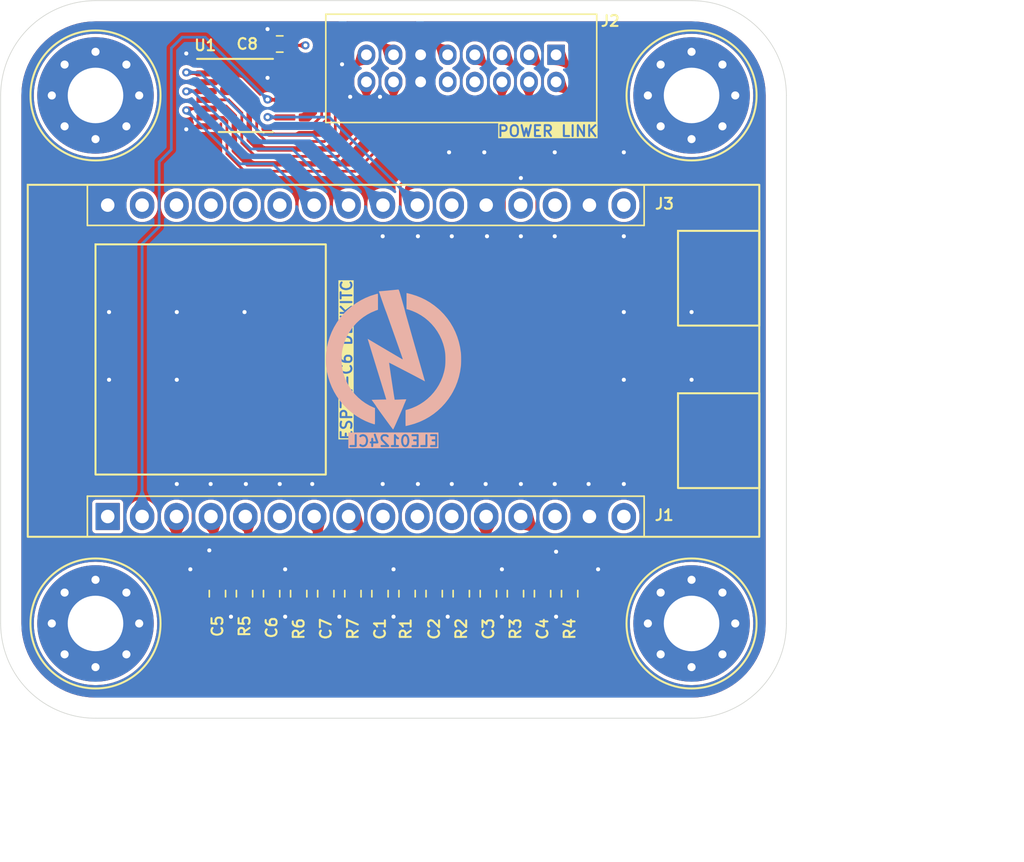
<source format=kicad_pcb>
(kicad_pcb (version 20240108) (generator "pcbnew") (generator_version "8.0")
  (layers (0 "F.Cu" signal) (1 "In1.Cu" power) (2 "In2.Cu" power) (31 "B.Cu" signal) (34 "B.Paste" user) (35 "F.Paste" user) (36 "B.SilkS" user "B.Silkscreen") (37 "F.SilkS" user "F.Silkscreen") (38 "B.Mask" user) (39 "F.Mask" user) (44 "Edge.Cuts" user))
  (net 0 "")
  (net 1 "/ADC_IN_0")
  (net 2 "GND")
  (net 3 "/ADC_IN_1")
  (net 4 "/ADC_IN_2")
  (net 5 "/ADC_IN_3")
  (net 6 "/ADC_IN_4")
  (net 7 "/ADC_IN_5")
  (net 8 "/ADC_IN_6")
  (net 9 "+5V")
  (net 10 "/PWM_L1")
  (net 11 "/ADC_0")
  (net 12 "/ADC_1")
  (net 13 "/PWM_L2")
  (net 14 "/PWM_H1")
  (net 15 "+3V3")
  (net 16 "/ADC_3")
  (net 17 "/ADC_4")
  (net 18 "/ADC_2")
  (net 19 "/ADC_6")
  (net 20 "/ADC_5")
  (net 21 "/PWM_H2")
  (net 24 "/PWM_IN_H2")
  (net 25 "/PWM_IN_L2")
  (net 29 "/PWM_IN_L1")
  (net 34 "/PWM_IN_H1")
  (net 36 "/RESET_IN")
  (net 41 "/RESET")
  (footprint "ELE0124CL_library:MOUNTING_HOLE_M4_4.1mm" (layer "F.Cu") (at 153 93)
    (property "Reference" "REF**" (hide yes))
    (property "Value" "MOUNTING_HOLE_M4_4.1mm" (hide yes))
    (pad "1" thru_hole circle (at -3.225 0) (size 1.2 1.2) (drill 0.6) (layers "*.Cu" "*.Mask"))
    (pad "1" thru_hole circle (at -2.280419 -2.280419) (size 1.2 1.2) (drill 0.6) (layers "*.Cu" "*.Mask"))
    (pad "1" thru_hole circle (at -2.280419 2.280419) (size 1.2 1.2) (drill 0.6) (layers "*.Cu" "*.Mask"))
    (pad "1" thru_hole circle (at 0 -3.225) (size 1.2 1.2) (drill 0.6) (layers "*.Cu" "*.Mask"))
    (pad "1" thru_hole circle (at 0 0) (size 8.6 8.6) (drill 4.1) (layers "*.Cu" "*.Mask"))
    (pad "1" thru_hole circle (at 0 3.225) (size 1.2 1.2) (drill 0.6) (layers "*.Cu" "*.Mask"))
    (pad "1" thru_hole circle (at 2.280419 -2.280419) (size 1.2 1.2) (drill 0.6) (layers "*.Cu" "*.Mask"))
    (pad "1" thru_hole circle (at 2.280419 2.280419) (size 1.2 1.2) (drill 0.6) (layers "*.Cu" "*.Mask"))
    (pad "1" thru_hole circle (at 3.225 0) (size 1.2 1.2) (drill 0.6) (layers "*.Cu" "*.Mask"))
  )
  (footprint "ELE0124CL_library:R_0603_1608Metric" (layer "F.Cu") (at 132 90.8 -90)
    (property "Reference" "R1" (at 2.6 0.1 -90) (layer "F.SilkS") (effects (font (size 0.8 0.8))))
    (property "Value" "100 Ohm" (hide yes))
    (pad "1" smd roundrect (at -0.825 0 270) (size 0.8 0.95) (layers "F.Cu" "F.Paste" "F.Mask") (roundrect_rratio 0.0625) (net 11 "/ADC_0"))
    (pad "2" smd roundrect (at 0.825 0 270) (size 0.8 0.95) (layers "F.Cu" "F.Paste" "F.Mask") (roundrect_rratio 0.0625) (net 1 "/ADC_IN_0"))
  )
  (footprint "ELE0124CL_library:C_0603_1608Metric" (layer "F.Cu") (at 134 90.8 -90)
    (property "Reference" "C2" (at 2.6 0 -90) (layer "F.SilkS") (effects (font (size 0.8 0.8))))
    (property "Value" "0,1 uF" (hide yes))
    (pad "1" smd roundrect (at -0.825 0 270) (size 0.8 0.95) (layers "F.Cu" "F.Paste" "F.Mask") (roundrect_rratio 0.0625) (net 3 "/ADC_IN_1"))
    (pad "2" smd roundrect (at 0.825 0 270) (size 0.8 0.95) (layers "F.Cu" "F.Paste" "F.Mask") (roundrect_rratio 0.0625) (net 2 "GND"))
  )
  (footprint "ELE0124CL_library:MOUNTING_HOLE_M4_4.1mm" (layer "F.Cu") (at 153 54)
    (property "Reference" "REF**" (hide yes))
    (property "Value" "MOUNTING_HOLE_M4_4.1mm" (hide yes))
    (pad "1" thru_hole circle (at -3.225 0) (size 1.2 1.2) (drill 0.6) (layers "*.Cu" "*.Mask"))
    (pad "1" thru_hole circle (at -2.280419 -2.280419) (size 1.2 1.2) (drill 0.6) (layers "*.Cu" "*.Mask"))
    (pad "1" thru_hole circle (at -2.280419 2.280419) (size 1.2 1.2) (drill 0.6) (layers "*.Cu" "*.Mask"))
    (pad "1" thru_hole circle (at 0 -3.225) (size 1.2 1.2) (drill 0.6) (layers "*.Cu" "*.Mask"))
    (pad "1" thru_hole circle (at 0 0) (size 8.6 8.6) (drill 4.1) (layers "*.Cu" "*.Mask"))
    (pad "1" thru_hole circle (at 0 3.225) (size 1.2 1.2) (drill 0.6) (layers "*.Cu" "*.Mask"))
    (pad "1" thru_hole circle (at 2.280419 -2.280419) (size 1.2 1.2) (drill 0.6) (layers "*.Cu" "*.Mask"))
    (pad "1" thru_hole circle (at 2.280419 2.280419) (size 1.2 1.2) (drill 0.6) (layers "*.Cu" "*.Mask"))
    (pad "1" thru_hole circle (at 3.225 0) (size 1.2 1.2) (drill 0.6) (layers "*.Cu" "*.Mask"))
  )
  (footprint "ELE0124CL_library:MOUNTING_HOLE_M4_4.1mm" (layer "F.Cu") (at 109 93)
    (property "Reference" "REF**" (hide yes))
    (property "Value" "MOUNTING_HOLE_M4_4.1mm" (hide yes))
    (pad "1" thru_hole circle (at -3.225 0) (size 1.2 1.2) (drill 0.6) (layers "*.Cu" "*.Mask"))
    (pad "1" thru_hole circle (at -2.280419 -2.280419) (size 1.2 1.2) (drill 0.6) (layers "*.Cu" "*.Mask"))
    (pad "1" thru_hole circle (at -2.280419 2.280419) (size 1.2 1.2) (drill 0.6) (layers "*.Cu" "*.Mask"))
    (pad "1" thru_hole circle (at 0 -3.225) (size 1.2 1.2) (drill 0.6) (layers "*.Cu" "*.Mask"))
    (pad "1" thru_hole circle (at 0 0) (size 8.6 8.6) (drill 4.1) (layers "*.Cu" "*.Mask"))
    (pad "1" thru_hole circle (at 0 3.225) (size 1.2 1.2) (drill 0.6) (layers "*.Cu" "*.Mask"))
    (pad "1" thru_hole circle (at 2.280419 -2.280419) (size 1.2 1.2) (drill 0.6) (layers "*.Cu" "*.Mask"))
    (pad "1" thru_hole circle (at 2.280419 2.280419) (size 1.2 1.2) (drill 0.6) (layers "*.Cu" "*.Mask"))
    (pad "1" thru_hole circle (at 3.225 0) (size 1.2 1.2) (drill 0.6) (layers "*.Cu" "*.Mask"))
  )
  (footprint "ELE0124CL_library:MOUNTING_HOLE_M4_4.1mm" (layer "F.Cu") (at 109 54)
    (property "Reference" "REF**" (hide yes))
    (property "Value" "MOUNTING_HOLE_M4_4.1mm" (hide yes))
    (pad "1" thru_hole circle (at -3.225 0) (size 1.2 1.2) (drill 0.6) (layers "*.Cu" "*.Mask"))
    (pad "1" thru_hole circle (at -2.280419 -2.280419) (size 1.2 1.2) (drill 0.6) (layers "*.Cu" "*.Mask"))
    (pad "1" thru_hole circle (at -2.280419 2.280419) (size 1.2 1.2) (drill 0.6) (layers "*.Cu" "*.Mask"))
    (pad "1" thru_hole circle (at 0 -3.225) (size 1.2 1.2) (drill 0.6) (layers "*.Cu" "*.Mask"))
    (pad "1" thru_hole circle (at 0 0) (size 8.6 8.6) (drill 4.1) (layers "*.Cu" "*.Mask"))
    (pad "1" thru_hole circle (at 0 3.225) (size 1.2 1.2) (drill 0.6) (layers "*.Cu" "*.Mask"))
    (pad "1" thru_hole circle (at 2.280419 -2.280419) (size 1.2 1.2) (drill 0.6) (layers "*.Cu" "*.Mask"))
    (pad "1" thru_hole circle (at 2.280419 2.280419) (size 1.2 1.2) (drill 0.6) (layers "*.Cu" "*.Mask"))
    (pad "1" thru_hole circle (at 3.225 0) (size 1.2 1.2) (drill 0.6) (layers "*.Cu" "*.Mask"))
  )
  (footprint "ELE0124CL_library:C_0603_1608Metric" (layer "F.Cu") (at 138 90.8 -90)
    (property "Reference" "C3" (at 2.6 0 -90) (layer "F.SilkS") (effects (font (size 0.8 0.8))))
    (property "Value" "0,1 uF" (hide yes))
    (pad "1" smd roundrect (at -0.825 0 270) (size 0.8 0.95) (layers "F.Cu" "F.Paste" "F.Mask") (roundrect_rratio 0.0625) (net 4 "/ADC_IN_2"))
    (pad "2" smd roundrect (at 0.825 0 270) (size 0.8 0.95) (layers "F.Cu" "F.Paste" "F.Mask") (roundrect_rratio 0.0625) (net 2 "GND"))
  )
  (footprint "ELE0124CL_library:R_0603_1608Metric" (layer "F.Cu") (at 128 90.8 -90)
    (property "Reference" "R7" (at 2.6 0 -90) (layer "F.SilkS") (effects (font (size 0.8 0.8))))
    (property "Value" "100 Ohm" (hide yes))
    (pad "1" smd roundrect (at -0.825 0 270) (size 0.8 0.95) (layers "F.Cu" "F.Paste" "F.Mask") (roundrect_rratio 0.0625) (net 19 "/ADC_6"))
    (pad "2" smd roundrect (at 0.825 0 270) (size 0.8 0.95) (layers "F.Cu" "F.Paste" "F.Mask") (roundrect_rratio 0.0625) (net 8 "/ADC_IN_6"))
  )
  (footprint "ELE0124CL_library:R_0603_1608Metric" (layer "F.Cu") (at 144 90.8 -90)
    (property "Reference" "R4" (at 2.6 0 -90) (layer "F.SilkS") (effects (font (size 0.8 0.8))))
    (property "Value" "100 Ohm" (hide yes))
    (pad "1" smd roundrect (at -0.825 0 270) (size 0.8 0.95) (layers "F.Cu" "F.Paste" "F.Mask") (roundrect_rratio 0.0625) (net 16 "/ADC_3"))
    (pad "2" smd roundrect (at 0.825 0 270) (size 0.8 0.95) (layers "F.Cu" "F.Paste" "F.Mask") (roundrect_rratio 0.0625) (net 5 "/ADC_IN_3"))
  )
  (footprint "ELE0124CL_library:C_0603_1608Metric" (layer "F.Cu") (at 118 90.8 -90)
    (property "Reference" "C5" (at 2.4 0 -90) (layer "F.SilkS") (effects (font (size 0.8 0.8))))
    (property "Value" "0,1 uF" (hide yes))
    (pad "1" smd roundrect (at -0.825 0 270) (size 0.8 0.95) (layers "F.Cu" "F.Paste" "F.Mask") (roundrect_rratio 0.0625) (net 6 "/ADC_IN_4"))
    (pad "2" smd roundrect (at 0.825 0 270) (size 0.8 0.95) (layers "F.Cu" "F.Paste" "F.Mask") (roundrect_rratio 0.0625) (net 2 "GND"))
  )
  (footprint "ELE0124CL_library:C_0603_1608Metric" (layer "F.Cu") (at 122 90.8 -90)
    (property "Reference" "C6" (at 2.5 0 -90) (layer "F.SilkS") (effects (font (size 0.8 0.8))))
    (property "Value" "0,1 uF" (hide yes))
    (pad "1" smd roundrect (at -0.825 0 270) (size 0.8 0.95) (layers "F.Cu" "F.Paste" "F.Mask") (roundrect_rratio 0.0625) (net 7 "/ADC_IN_5"))
    (pad "2" smd roundrect (at 0.825 0 270) (size 0.8 0.95) (layers "F.Cu" "F.Paste" "F.Mask") (roundrect_rratio 0.0625) (net 2 "GND"))
  )
  (footprint "ELE0124CL_library:C_0603_1608Metric" (layer "F.Cu") (at 126 90.8 -90)
    (property "Reference" "C7" (at 2.6 0 -90) (layer "F.SilkS") (effects (font (size 0.8 0.8))))
    (property "Value" "0,1 uF" (hide yes))
    (pad "1" smd roundrect (at -0.825 0 270) (size 0.8 0.95) (layers "F.Cu" "F.Paste" "F.Mask") (roundrect_rratio 0.0625) (net 8 "/ADC_IN_6"))
    (pad "2" smd roundrect (at 0.825 0 270) (size 0.8 0.95) (layers "F.Cu" "F.Paste" "F.Mask") (roundrect_rratio 0.0625) (net 2 "GND"))
  )
  (footprint "ELE0124CL_library:CONN_SOCKET_2x08_P2.00mm_Vertical" (layer "F.Cu") (at 143 51 -90)
    (property "Reference" "J2" (at -2.5 -4 0) (layer "F.SilkS") (effects (font (size 0.8 0.8))))
    (property "Value" "878311620" (hide yes))
    (pad "1" thru_hole roundrect (at 0 0 270) (size 1.5 1.3) (drill 0.8) (layers "*.Cu" "*.Mask") (roundrect_rratio 0.03333333333) (net 16 "/ADC_3"))
    (pad "2" thru_hole oval (at 2 0 270) (size 1.5 1.3) (drill 0.8) (layers "*.Cu" "*.Mask") (net 18 "/ADC_2"))
    (pad "3" thru_hole oval (at 0 2 270) (size 1.5 1.3) (drill 0.8) (layers "*.Cu" "*.Mask") (net 12 "/ADC_1"))
    (pad "4" thru_hole oval (at 2 2 270) (size 1.5 1.3) (drill 0.8) (layers "*.Cu" "*.Mask") (net 11 "/ADC_0"))
    (pad "5" thru_hole oval (at 0 4 270) (size 1.5 1.3) (drill 0.8) (layers "*.Cu" "*.Mask") (net 19 "/ADC_6"))
    (pad "6" thru_hole oval (at 2 4 270) (size 1.5 1.3) (drill 0.8) (layers "*.Cu" "*.Mask") (net 20 "/ADC_5"))
    (pad "7" thru_hole oval (at 0 6 270) (size 1.5 1.3) (drill 0.8) (layers "*.Cu" "*.Mask") (net 17 "/ADC_4"))
    (pad "8" thru_hole oval (at 2 6 270) (size 1.5 1.3) (drill 0.8) (layers "*.Cu" "*.Mask") (net 15 "+3V3"))
    (pad "9" thru_hole oval (at 0 8 270) (size 1.5 1.3) (drill 0.8) (layers "*.Cu" "*.Mask") (net 41 "/RESET"))
    (pad "10" thru_hole oval (at 2 8 270) (size 1.5 1.3) (drill 0.8) (layers "*.Cu" "*.Mask") (net 9 "+5V"))
    (pad "11" thru_hole oval (at 0 10 270) (size 1.5 1.3) (drill 0.8) (layers "*.Cu" "*.Mask") (net 2 "GND"))
    (pad "12" thru_hole oval (at 2 10 270) (size 1.5 1.3) (drill 0.8) (layers "*.Cu" "*.Mask") (net 2 "GND"))
    (pad "13" thru_hole oval (at 0 12 270) (size 1.5 1.3) (drill 0.8) (layers "*.Cu" "*.Mask") (net 21 "/PWM_H2"))
    (pad "14" thru_hole oval (at 2 12 270) (size 1.5 1.3) (drill 0.8) (layers "*.Cu" "*.Mask") (net 13 "/PWM_L2"))
    (pad "15" thru_hole oval (at 0 14 270) (size 1.5 1.3) (drill 0.8) (layers "*.Cu" "*.Mask") (net 10 "/PWM_L1"))
    (pad "16" thru_hole oval (at 2 14 270) (size 1.5 1.3) (drill 0.8) (layers "*.Cu" "*.Mask") (net 14 "/PWM_H1"))
  )
  (footprint "ELE0124CL_library:TSSOP-16_5.80mm_P0.65mm" (layer "F.Cu") (at 120.1 54)
    (property "Reference" "U1" (at -3 -3.7 0) (layer "F.SilkS") (effects (font (size 0.8 0.8))))
    (property "Value" "SN74AHCT367PWR" (hide yes))
    (pad "1" smd roundrect (at -2.9 -2.275) (size 1.5 0.45) (layers "F.Cu" "F.Paste" "F.Mask") (roundrect_rratio 0.1111111111) (net 2 "GND"))
    (pad "2" smd roundrect (at -2.9 -1.625) (size 1.5 0.45) (layers "F.Cu" "F.Paste" "F.Mask") (roundrect_rratio 0.1111111111) (net 29 "/PWM_IN_L1"))
    (pad "3" smd roundrect (at -2.9 -0.975) (size 1.5 0.45) (layers "F.Cu" "F.Paste" "F.Mask") (roundrect_rratio 0.1111111111) (net 10 "/PWM_L1"))
    (pad "4" smd roundrect (at -2.9 -0.325) (size 1.5 0.45) (layers "F.Cu" "F.Paste" "F.Mask") (roundrect_rratio 0.1111111111) (net 34 "/PWM_IN_H1"))
    (pad "5" smd roundrect (at -2.9 0.325) (size 1.5 0.45) (layers "F.Cu" "F.Paste" "F.Mask") (roundrect_rratio 0.1111111111) (net 14 "/PWM_H1"))
    (pad "6" smd roundrect (at -2.9 0.975) (size 1.5 0.45) (layers "F.Cu" "F.Paste" "F.Mask") (roundrect_rratio 0.1111111111) (net 25 "/PWM_IN_L2"))
    (pad "7" smd roundrect (at -2.9 1.625) (size 1.5 0.45) (layers "F.Cu" "F.Paste" "F.Mask") (roundrect_rratio 0.1111111111) (net 13 "/PWM_L2"))
    (pad "8" smd roundrect (at -2.9 2.275) (size 1.5 0.45) (layers "F.Cu" "F.Paste" "F.Mask") (roundrect_rratio 0.1111111111) (net 2 "GND"))
    (pad "9" smd roundrect (at 2.9 2.275) (size 1.5 0.45) (layers "F.Cu" "F.Paste" "F.Mask") (roundrect_rratio 0.1111111111) (net 21 "/PWM_H2"))
    (pad "10" smd roundrect (at 2.9 1.625) (size 1.5 0.45) (layers "F.Cu" "F.Paste" "F.Mask") (roundrect_rratio 0.1111111111) (net 24 "/PWM_IN_H2"))
    (pad "11" smd roundrect (at 2.9 0.975) (size 1.5 0.45) (layers "F.Cu" "F.Paste" "F.Mask") (roundrect_rratio 0.1111111111) (net 41 "/RESET"))
    (pad "12" smd roundrect (at 2.9 0.325) (size 1.5 0.45) (layers "F.Cu" "F.Paste" "F.Mask") (roundrect_rratio 0.1111111111) (net 36 "/RESET_IN"))
    (pad "13" smd roundrect (at 2.9 -0.325) (size 1.5 0.45) (layers "F.Cu" "F.Paste" "F.Mask") (roundrect_rratio 0.1111111111))
    (pad "14" smd roundrect (at 2.9 -0.975) (size 1.5 0.45) (layers "F.Cu" "F.Paste" "F.Mask") (roundrect_rratio 0.1111111111) (net 2 "GND"))
    (pad "15" smd roundrect (at 2.9 -1.625) (size 1.5 0.45) (layers "F.Cu" "F.Paste" "F.Mask") (roundrect_rratio 0.1111111111) (net 2 "GND"))
    (pad "16" smd roundrect (at 2.9 -2.275) (size 1.5 0.45) (layers "F.Cu" "F.Paste" "F.Mask") (roundrect_rratio 0.1111111111) (net 9 "+5V"))
  )
  (footprint "ELE0124CL_library:CONN_SOCKET_1x16_P2.54mm_Vertical" (layer "F.Cu") (at 109.9 85.1 90)
    (property "Reference" "J1" (at 0.1 41.08 180) (layer "F.SilkS") (effects (font (size 0.8 0.8))))
    (property "Value" "M20-7821646" (hide yes))
    (pad "1" thru_hole roundrect (at 0 0 90) (size 2 1.8) (drill 1) (layers "*.Cu" "*.Mask") (roundrect_rratio 0.02941176471) (net 15 "+3V3"))
    (pad "2" thru_hole oval (at 0 2.54 90) (size 2 1.8) (drill 1) (layers "*.Cu" "*.Mask") (net 36 "/RESET_IN"))
    (pad "3" thru_hole oval (at 0 5.08 90) (size 2 1.8) (drill 1) (layers "*.Cu" "*.Mask") (net 6 "/ADC_IN_4"))
    (pad "4" thru_hole oval (at 0 7.62 90) (size 2 1.8) (drill 1) (layers "*.Cu" "*.Mask") (net 7 "/ADC_IN_5"))
    (pad "5" thru_hole oval (at 0 10.16 90) (size 2 1.8) (drill 1) (layers "*.Cu" "*.Mask") (net 8 "/ADC_IN_6"))
    (pad "6" thru_hole oval (at 0 12.7 90) (size 2 1.8) (drill 1) (layers "*.Cu" "*.Mask"))
    (pad "7" thru_hole oval (at 0 15.24 90) (size 2 1.8) (drill 1) (layers "*.Cu" "*.Mask") (net 1 "/ADC_IN_0"))
    (pad "8" thru_hole oval (at 0 17.78 90) (size 2 1.8) (drill 1) (layers "*.Cu" "*.Mask") (net 3 "/ADC_IN_1"))
    (pad "9" thru_hole oval (at 0 20.32 90) (size 2 1.8) (drill 1) (layers "*.Cu" "*.Mask"))
    (pad "10" thru_hole oval (at 0 22.86 90) (size 2 1.8) (drill 1) (layers "*.Cu" "*.Mask"))
    (pad "11" thru_hole oval (at 0 25.4 90) (size 2 1.8) (drill 1) (layers "*.Cu" "*.Mask"))
    (pad "12" thru_hole oval (at 0 27.94 90) (size 2 1.8) (drill 1) (layers "*.Cu" "*.Mask") (net 4 "/ADC_IN_2"))
    (pad "13" thru_hole oval (at 0 30.48 90) (size 2 1.8) (drill 1) (layers "*.Cu" "*.Mask") (net 5 "/ADC_IN_3"))
    (pad "14" thru_hole oval (at 0 33.02 90) (size 2 1.8) (drill 1) (layers "*.Cu" "*.Mask") (net 9 "+5V"))
    (pad "15" thru_hole oval (at 0 35.56 90) (size 2 1.8) (drill 1) (layers "*.Cu" "*.Mask") (net 2 "GND"))
    (pad "16" thru_hole oval (at 0 38.1 90) (size 2 1.8) (drill 1) (layers "*.Cu" "*.Mask"))
  )
  (footprint "ELE0124CL_library:C_0603_1608Metric" (layer "F.Cu") (at 122.6 50.2 180)
    (property "Reference" "C8" (at 2.4 0 180) (layer "F.SilkS") (effects (font (size 0.8 0.8))))
    (property "Value" "0,1 uF" (hide yes))
    (pad "1" smd roundrect (at -0.825 0 180) (size 0.8 0.95) (layers "F.Cu" "F.Paste" "F.Mask") (roundrect_rratio 0.0625) (net 9 "+5V"))
    (pad "2" smd roundrect (at 0.825 0 180) (size 0.8 0.95) (layers "F.Cu" "F.Paste" "F.Mask") (roundrect_rratio 0.0625) (net 2 "GND"))
  )
  (footprint "ELE0124CL_library:CONN_SOCKET_1x16_P2.54mm_Vertical" (layer "F.Cu") (at 109.9 62.1 90)
    (property "Reference" "J3" (at 0.1 41.1 180) (layer "F.SilkS") (effects (font (size 0.8 0.8))))
    (property "Value" "M20-7821646" (hide yes))
    (pad "1" thru_hole roundrect (at 0 0 90) (size 2 1.8) (drill 1) (layers "*.Cu" "*.Mask") (roundrect_rratio 0.02941176471) (net 2 "GND"))
    (pad "2" thru_hole oval (at 0 2.54 90) (size 2 1.8) (drill 1) (layers "*.Cu" "*.Mask"))
    (pad "3" thru_hole oval (at 0 5.08 90) (size 2 1.8) (drill 1) (layers "*.Cu" "*.Mask"))
    (pad "4" thru_hole oval (at 0 7.62 90) (size 2 1.8) (drill 1) (layers "*.Cu" "*.Mask"))
    (pad "5" thru_hole oval (at 0 10.16 90) (size 2 1.8) (drill 1) (layers "*.Cu" "*.Mask"))
    (pad "6" thru_hole oval (at 0 12.7 90) (size 2 1.8) (drill 1) (layers "*.Cu" "*.Mask"))
    (pad "7" thru_hole oval (at 0 15.24 90) (size 2 1.8) (drill 1) (layers "*.Cu" "*.Mask") (net 25 "/PWM_IN_L2"))
    (pad "8" thru_hole oval (at 0 17.78 90) (size 2 1.8) (drill 1) (layers "*.Cu" "*.Mask") (net 34 "/PWM_IN_H1"))
    (pad "9" thru_hole oval (at 0 20.32 90) (size 2 1.8) (drill 1) (layers "*.Cu" "*.Mask") (net 29 "/PWM_IN_L1"))
    (pad "10" thru_hole oval (at 0 22.86 90) (size 2 1.8) (drill 1) (layers "*.Cu" "*.Mask") (net 24 "/PWM_IN_H2"))
    (pad "11" thru_hole oval (at 0 25.4 90) (size 2 1.8) (drill 1) (layers "*.Cu" "*.Mask"))
    (pad "12" thru_hole oval (at 0 27.94 90) (size 2 1.8) (drill 1) (layers "*.Cu" "*.Mask") (net 2 "GND"))
    (pad "13" thru_hole oval (at 0 30.48 90) (size 2 1.8) (drill 1) (layers "*.Cu" "*.Mask"))
    (pad "14" thru_hole oval (at 0 33.02 90) (size 2 1.8) (drill 1) (layers "*.Cu" "*.Mask"))
    (pad "15" thru_hole oval (at 0 35.56 90) (size 2 1.8) (drill 1) (layers "*.Cu" "*.Mask") (net 2 "GND"))
    (pad "16" thru_hole oval (at 0 38.1 90) (size 2 1.8) (drill 1) (layers "*.Cu" "*.Mask"))
  )
  (footprint "ELE0124CL_library:C_0603_1608Metric" (layer "F.Cu") (at 130 90.8 -90)
    (property "Reference" "C1" (at 2.6 0 -90) (layer "F.SilkS") (effects (font (size 0.8 0.8))))
    (property "Value" "0,1 uF" (hide yes))
    (pad "1" smd roundrect (at -0.825 0 270) (size 0.8 0.95) (layers "F.Cu" "F.Paste" "F.Mask") (roundrect_rratio 0.0625) (net 1 "/ADC_IN_0"))
    (pad "2" smd roundrect (at 0.825 0 270) (size 0.8 0.95) (layers "F.Cu" "F.Paste" "F.Mask") (roundrect_rratio 0.0625) (net 2 "GND"))
  )
  (footprint "ELE0124CL_library:R_0603_1608Metric" (layer "F.Cu") (at 124 90.8 -90)
    (property "Reference" "R6" (at 2.6 0 -90) (layer "F.SilkS") (effects (font (size 0.8 0.8))))
    (property "Value" "100 Ohm" (hide yes))
    (pad "1" smd roundrect (at -0.825 0 270) (size 0.8 0.95) (layers "F.Cu" "F.Paste" "F.Mask") (roundrect_rratio 0.0625) (net 20 "/ADC_5"))
    (pad "2" smd roundrect (at 0.825 0 270) (size 0.8 0.95) (layers "F.Cu" "F.Paste" "F.Mask") (roundrect_rratio 0.0625) (net 7 "/ADC_IN_5"))
  )
  (footprint "ELE0124CL_library:R_0603_1608Metric" (layer "F.Cu") (at 136 90.8 -90)
    (property "Reference" "R2" (at 2.6 0 -90) (layer "F.SilkS") (effects (font (size 0.8 0.8))))
    (property "Value" "100 Ohm" (hide yes))
    (pad "1" smd roundrect (at -0.825 0 270) (size 0.8 0.95) (layers "F.Cu" "F.Paste" "F.Mask") (roundrect_rratio 0.0625) (net 12 "/ADC_1"))
    (pad "2" smd roundrect (at 0.825 0 270) (size 0.8 0.95) (layers "F.Cu" "F.Paste" "F.Mask") (roundrect_rratio 0.0625) (net 3 "/ADC_IN_1"))
  )
  (footprint "ELE0124CL_library:R_0603_1608Metric" (layer "F.Cu") (at 140 90.8 -90)
    (property "Reference" "R3" (at 2.6 0 -90) (layer "F.SilkS") (effects (font (size 0.8 0.8))))
    (property "Value" "100 Ohm" (hide yes))
    (pad "1" smd roundrect (at -0.825 0 270) (size 0.8 0.95) (layers "F.Cu" "F.Paste" "F.Mask") (roundrect_rratio 0.0625) (net 18 "/ADC_2"))
    (pad "2" smd roundrect (at 0.825 0 270) (size 0.8 0.95) (layers "F.Cu" "F.Paste" "F.Mask") (roundrect_rratio 0.0625) (net 4 "/ADC_IN_2"))
  )
  (footprint "ELE0124CL_library:R_0603_1608Metric" (layer "F.Cu") (at 120 90.8 -90)
    (property "Reference" "R5" (at 2.4 0 -90) (layer "F.SilkS") (effects (font (size 0.8 0.8))))
    (property "Value" "100 Ohm" (hide yes))
    (pad "1" smd roundrect (at -0.825 0 270) (size 0.8 0.95) (layers "F.Cu" "F.Paste" "F.Mask") (roundrect_rratio 0.0625) (net 17 "/ADC_4"))
    (pad "2" smd roundrect (at 0.825 0 270) (size 0.8 0.95) (layers "F.Cu" "F.Paste" "F.Mask") (roundrect_rratio 0.0625) (net 6 "/ADC_IN_4"))
  )
  (footprint "ELE0124CL_library:C_0603_1608Metric" (layer "F.Cu") (at 142 90.8 -90)
    (property "Reference" "C4" (at 2.6 0 -90) (layer "F.SilkS") (effects (font (size 0.8 0.8))))
    (property "Value" "0,1 uF" (hide yes))
    (pad "1" smd roundrect (at -0.825 0 270) (size 0.8 0.95) (layers "F.Cu" "F.Paste" "F.Mask") (roundrect_rratio 0.0625) (net 5 "/ADC_IN_3"))
    (pad "2" smd roundrect (at 0.825 0 270) (size 0.8 0.95) (layers "F.Cu" "F.Paste" "F.Mask") (roundrect_rratio 0.0625) (net 2 "GND"))
  )
  (footprint "ELE0124CL_library:LOGO" (layer "B.Cu") (at 131 73.5 180)
    (property "Reference" "G***" (hide yes))
    (property "Value" "LOGO" (hide yes))
  )
  (gr_rect (start 152 64) (end 158 71) (stroke (width 0.15)) (fill none) (layer "F.SilkS"))
  (gr_rect (start 109 65) (end 126 82) (stroke (width 0.15)) (fill none) (layer "F.SilkS"))
  (gr_rect (start 104 60.6) (end 158 86.6) (stroke (width 0.15)) (fill none) (layer "F.SilkS"))
  (gr_rect (start 152 76) (end 158 83) (stroke (width 0.15)) (fill none) (layer "F.SilkS"))
  (gr_line (start 102 93) (end 102 54) (stroke (width 0.05)) (layer "Edge.Cuts"))
  (gr_arc (start 102 54) (mid 104.050253 49.050253) (end 109 47) (stroke (width 0.05)) (layer "Edge.Cuts"))
  (gr_arc (start 109 100) (mid 104.050253 97.949747) (end 102 93) (stroke (width 0.05)) (layer "Edge.Cuts"))
  (gr_line (start 160 93) (end 160 54) (stroke (width 0.05)) (layer "Edge.Cuts"))
  (gr_line (start 109 47) (end 153 47) (stroke (width 0.05)) (layer "Edge.Cuts"))
  (gr_arc (start 153 47) (mid 157.949747 49.050253) (end 160 54) (stroke (width 0.05)) (layer "Edge.Cuts"))
  (gr_line (start 109 100) (end 153 100) (stroke (width 0.05)) (layer "Edge.Cuts"))
  (gr_arc (start 160 93) (mid 157.949747 97.949747) (end 153 100) (stroke (width 0.05)) (layer "Edge.Cuts"))
  (gr_text "ELE0124CL" (at 134.440239 80 0) (layer "B.SilkS" knockout) (effects (font (size 0.8 0.8)) (justify left bottom mirror)))
  (gr_text "POWER LINK" (at 138.6 57.1 0) (layer "F.SilkS" knockout) (effects (font (size 0.8 0.8)) (justify left bottom)))
  (gr_text "ESP32-C6 DEVKITC" (at 128 79.530715 90) (layer "F.SilkS" knockout) (effects (font (size 0.8 0.8)) (justify left bottom)))
  (segment (start 129.1 88.2) (end 127 88.2) (width 0.2) (layer "F.Cu") (net 1))
  (segment (start 130.8 90) (end 131 90.2) (width 0.2) (layer "F.Cu") (net 1))
  (segment (start 131 91.5) (end 131.1 91.6) (width 0.2) (layer "F.Cu") (net 1))
  (segment (start 131.1 91.6) (end 132 91.6) (width 0.2) (layer "F.Cu") (net 1))
  (segment (start 130 89.1) (end 129.1 88.2) (width 0.2) (layer "F.Cu") (net 1))
  (segment (start 130 90) (end 130 89.1) (width 0.2) (layer "F.Cu") (net 1))
  (segment (start 125.14 86.34) (end 125.14 85.1) (width 0.2) (layer "F.Cu") (net 1))
  (segment (start 127 88.2) (end 125.14 86.34) (width 0.2) (layer "F.Cu") (net 1))
  (segment (start 131 90.2) (end 131 91.5) (width 0.2) (layer "F.Cu") (net 1))
  (segment (start 130 90) (end 130.8 90) (width 0.2) (layer "F.Cu") (net 1))
  (via (at 121.7 52.7) (size 0.6) (drill 0.3) (layers "F.Cu" "B.Cu") (net 2))
  (via (at 130 54.1) (size 0.6) (drill 0.3) (layers "F.Cu" "B.Cu") (net 2))
  (via (at 127.2 51.7) (size 0.6) (drill 0.3) (layers "F.Cu" "B.Cu") (net 2))
  (via (at 115.7 56.5) (size 0.6) (drill 0.3) (layers "F.Cu" "B.Cu") (net 2))
  (via (at 148 70) (size 0.6) (drill 0.3) (layers "F.Cu" "B.Cu") (net 2))
  (via (at 122.6 82.7) (size 0.6) (drill 0.3) (layers "F.Cu" "B.Cu") (net 2))
  (via (at 132.8 64.4) (size 0.6) (drill 0.3) (layers "F.Cu" "B.Cu") (net 2))
  (via (at 142.9 82.7) (size 0.6) (drill 0.3) (layers "F.Cu" "B.Cu") (net 2))
  (via (at 117.5 82.7) (size 0.6) (drill 0.3) (layers "F.Cu" "B.Cu") (net 2))
  (via (at 145.4 82.7) (size 0.6) (drill 0.3) (layers "F.Cu" "B.Cu") (net 2))
  (via (at 135.3 82.7) (size 0.6) (drill 0.3) (layers "F.Cu" "B.Cu") (net 2))
  (via (at 125 82.7) (size 0.6) (drill 0.3) (layers "F.Cu" "B.Cu") (net 2))
  (via (at 139 89) (size 0.6) (drill 0.3) (layers "F.Cu" "B.Cu") (net 2))
  (via (at 117.4 87.6) (size 0.6) (drill 0.3) (layers "F.Cu" "B.Cu") (net 2))
  (via (at 115.7 50.9) (size 0.6) (drill 0.3) (layers "F.Cu" "B.Cu") (net 2))
  (via (at 148 82.7) (size 0.6) (drill 0.3) (layers "F.Cu" "B.Cu") (net 2))
  (via (at 137.9 64.4) (size 0.6) (drill 0.3) (layers "F.Cu" "B.Cu") (net 2))
  (via (at 116 89) (size 0.6) (drill 0.3) (layers "F.Cu" "B.Cu") (net 2))
  (via (at 137.8 82.7) (size 0.6) (drill 0.3) (layers "F.Cu" "B.Cu") (net 2))
  (via (at 148 75) (size 0.6) (drill 0.3) (layers "F.Cu" "B.Cu") (net 2))
  (via (at 119 92.5) (size 0.6) (drill 0.3) (layers "F.Cu" "B.Cu") (net 2))
  (via (at 110 75) (size 0.6) (drill 0.3) (layers "F.Cu" "B.Cu") (net 2))
  (via (at 123 92.5) (size 0.6) (drill 0.3) (layers "F.Cu" "B.Cu") (net 2))
  (via (at 130.2 82.7) (size 0.6) (drill 0.3) (layers "F.Cu" "B.Cu") (net 2))
  (via (at 130.2 64.4) (size 0.6) (drill 0.3) (layers "F.Cu" "B.Cu") (net 2))
  (via (at 131 89) (size 0.6) (drill 0.3) (layers "F.Cu" "B.Cu") (net 2))
  (via (at 148 64.4) (size 0.6) (drill 0.3) (layers "F.Cu" "B.Cu") (net 2))
  (via (at 143 87.7) (size 0.6) (drill 0.3) (layers "F.Cu" "B.Cu") (net 2))
  (via (at 123 89) (size 0.6) (drill 0.3) (layers "F.Cu" "B.Cu") (net 2))
  (via (at 140.4 64.4) (size 0.6) (drill 0.3) (layers "F.Cu" "B.Cu") (net 2))
  (via (at 135.3 64.4) (size 0.6) (drill 0.3) (layers "F.Cu" "B.Cu") (net 2))
  (via (at 142.9 58.2) (size 0.6) (drill 0.3) (layers "F.Cu" "B.Cu") (net 2))
  (via (at 146.1 89) (size 0.6) (drill 0.3) (layers "F.Cu" "B.Cu") (net 2))
  (via (at 153 70) (size 0.6) (drill 0.3) (layers "F.Cu" "B.Cu") (net 2))
  (via (at 127 92.5) (size 0.6) (drill 0.3) (layers "F.Cu" "B.Cu") (net 2))
  (via (at 137.7 58.2) (size 0.6) (drill 0.3) (layers "F.Cu" "B.Cu") (net 2))
  (via (at 132.8 82.7) (size 0.6) (drill 0.3) (layers "F.Cu" "B.Cu") (net 2))
  (via (at 135 92.5) (size 0.6) (drill 0.3) (layers "F.Cu" "B.Cu") (net 2))
  (via (at 115 70) (size 0.6) (drill 0.3) (layers "F.Cu" "B.Cu") (net 2))
  (via (at 121.7 49.1) (size 0.6) (drill 0.3) (layers "F.Cu" "B.Cu") (net 2))
  (via (at 120.1 82.7) (size 0.6) (drill 0.3) (layers "F.Cu" "B.Cu") (net 2))
  (via (at 140.4 60.1) (size 0.6) (drill 0.3) (layers "F.Cu" "B.Cu") (net 2))
  (via (at 143 92.5) (size 0.6) (drill 0.3) (layers "F.Cu" "B.Cu") (net 2))
  (via (at 148 58.2) (size 0.6) (drill 0.3) (layers "F.Cu" "B.Cu") (net 2))
  (via (at 110 70) (size 0.6) (drill 0.3) (layers "F.Cu" "B.Cu") (net 2))
  (via (at 120 70) (size 0.6) (drill 0.3) (layers "F.Cu" "B.Cu") (net 2))
  (via (at 115 75) (size 0.6) (drill 0.3) (layers "F.Cu" "B.Cu") (net 2))
  (via (at 153 75) (size 0.6) (drill 0.3) (layers "F.Cu" "B.Cu") (net 2))
  (via (at 142.9 64.4) (size 0.6) (drill 0.3) (layers "F.Cu" "B.Cu") (net 2))
  (via (at 127.8 54.1) (size 0.6) (drill 0.3) (layers "F.Cu" "B.Cu") (net 2))
  (via (at 131 92.5) (size 0.6) (drill 0.3) (layers "F.Cu" "B.Cu") (net 2))
  (via (at 139 92.5) (size 0.6) (drill 0.3) (layers "F.Cu" "B.Cu") (net 2))
  (via (at 115 82.7) (size 0.6) (drill 0.3) (layers "F.Cu" "B.Cu") (net 2))
  (via (at 135.1 58.2) (size 0.6) (drill 0.3) (layers "F.Cu" "B.Cu") (net 2))
  (via (at 140.4 82.7) (size 0.6) (drill 0.3) (layers "F.Cu" "B.Cu") (net 2))
  (segment (start 134 88) (end 132.6 86.6) (width 0.2) (layer "F.Cu") (net 3))
  (segment (start 134.8 90) (end 135 90.2) (width 0.2) (layer "F.Cu") (net 3))
  (segment (start 134 90) (end 134 88) (width 0.2) (layer "F.Cu") (net 3))
  (segment (start 135 91.5) (end 135.1 91.6) (width 0.2) (layer "F.Cu") (net 3))
  (segment (start 135 90.2) (end 135 91.5) (width 0.2) (layer "F.Cu") (net 3))
  (segment (start 135.1 91.6) (end 136 91.6) (width 0.2) (layer "F.Cu") (net 3))
  (segment (start 132.6 86.6) (end 129.18 86.6) (width 0.2) (layer "F.Cu") (net 3))
  (segment (start 129.18 86.6) (end 127.68 85.1) (width 0.2) (layer "F.Cu") (net 3))
  (segment (start 134 90) (end 134.8 90) (width 0.2) (layer "F.Cu") (net 3))
  (segment (start 138.8 90) (end 139 90.2) (width 0.2) (layer "F.Cu") (net 4))
  (segment (start 138 90) (end 138 88) (width 0.2) (layer "F.Cu") (net 4))
  (segment (start 139 90.2) (end 139 91.5) (width 0.2) (layer "F.Cu") (net 4))
  (segment (start 139 91.5) (end 139.1 91.6) (width 0.2) (layer "F.Cu") (net 4))
  (segment (start 137.84 87.84) (end 137.84 85.1) (width 0.2) (layer "F.Cu") (net 4))
  (segment (start 139.1 91.6) (end 140 91.6) (width 0.2) (layer "F.Cu") (net 4))
  (segment (start 138 90) (end 138.8 90) (width 0.2) (layer "F.Cu") (net 4))
  (segment (start 138 88) (end 137.84 87.84) (width 0.2) (layer "F.Cu") (net 4))
  (segment (start 143.1 91.6) (end 144 91.6) (width 0.2) (layer "F.Cu") (net 5))
  (segment (start 142.8 90) (end 143 90.2) (width 0.2) (layer "F.Cu") (net 5))
  (segment (start 142 86.72) (end 140.38 85.1) (width 0.2) (layer "F.Cu") (net 5))
  (segment (start 142 90) (end 142.8 90) (width 0.2) (layer "F.Cu") (net 5))
  (segment (start 143 90.2) (end 143 91.5) (width 0.2) (layer "F.Cu") (net 5))
  (segment (start 143 91.5) (end 143.1 91.6) (width 0.2) (layer "F.Cu") (net 5))
  (segment (start 142 90) (end 142 86.72) (width 0.2) (layer "F.Cu") (net 5))
  (segment (start 115.8 90) (end 118 90) (width 0.2) (layer "F.Cu") (net 6))
  (segment (start 119 91.5) (end 119.1 91.6) (width 0.2) (layer "F.Cu") (net 6))
  (segment (start 119 90.2) (end 119 91.5) (width 0.2) (layer "F.Cu") (net 6))
  (segment (start 118.8 90) (end 119 90.2) (width 0.2) (layer "F.Cu") (net 6))
  (segment (start 114.98 85.1) (end 114.98 89.18) (width 0.2) (layer "F.Cu") (net 6))
  (segment (start 114.98 89.18) (end 115.8 90) (width 0.2) (layer "F.Cu") (net 6))
  (segment (start 118 90) (end 118.8 90) (width 0.2) (layer "F.Cu") (net 6))
  (segment (start 119.1 91.6) (end 120 91.6) (width 0.2) (layer "F.Cu") (net 6))
  (segment (start 122 89) (end 121.2 88.2) (width 0.2) (layer "F.Cu") (net 7))
  (segment (start 122 90) (end 122.8 90) (width 0.2) (layer "F.Cu") (net 7))
  (segment (start 123.1 91.6) (end 124 91.6) (width 0.2) (layer "F.Cu") (net 7))
  (segment (start 121.2 88.2) (end 119.2 88.2) (width 0.2) (layer "F.Cu") (net 7))
  (segment (start 123 91.5) (end 123.1 91.6) (width 0.2) (layer "F.Cu") (net 7))
  (segment (start 117.52 86.52) (end 117.52 85.1) (width 0.2) (layer "F.Cu") (net 7))
  (segment (start 119.2 88.2) (end 117.52 86.52) (width 0.2) (layer "F.Cu") (net 7))
  (segment (start 123 90.2) (end 123 91.5) (width 0.2) (layer "F.Cu") (net 7))
  (segment (start 122 90) (end 122 89) (width 0.2) (layer "F.Cu") (net 7))
  (segment (start 122.8 90) (end 123 90.2) (width 0.2) (layer "F.Cu") (net 7))
  (segment (start 126.8 90) (end 127 90.2) (width 0.2) (layer "F.Cu") (net 8))
  (segment (start 120.06 86.26) (end 120.06 85.1) (width 0.2) (layer "F.Cu") (net 8))
  (segment (start 127.1 91.6) (end 128 91.6) (width 0.2) (layer "F.Cu") (net 8))
  (segment (start 127 90.2) (end 127 91.5) (width 0.2) (layer "F.Cu") (net 8))
  (segment (start 120.4 86.6) (end 120.06 86.26) (width 0.2) (layer "F.Cu") (net 8))
  (segment (start 127 91.5) (end 127.1 91.6) (width 0.2) (layer "F.Cu") (net 8))
  (segment (start 126 90) (end 126.8 90) (width 0.2) (layer "F.Cu") (net 8))
  (segment (start 126 89.2) (end 123.4 86.6) (width 0.2) (layer "F.Cu") (net 8))
  (segment (start 126 90) (end 126 89.2) (width 0.2) (layer "F.Cu") (net 8))
  (segment (start 123.4 86.6) (end 120.4 86.6) (width 0.2) (layer "F.Cu") (net 8))
  (segment (start 123 51.3) (end 123.275 51.025) (width 0.2) (layer "F.Cu") (net 9))
  (segment (start 123.275 51.025) (end 123.275 50.3) (width 0.2) (layer "F.Cu") (net 9))
  (segment (start 123 51.725) (end 123 51.3) (width 0.2) (layer "F.Cu") (net 9))
  (segment (start 123.275 50.3) (end 124.5 50.3) (width 0.2) (layer "F.Cu") (net 9))
  (via (at 124.5 50.3) (size 0.6) (drill 0.3) (layers "F.Cu" "B.Cu") (net 9))
  (segment (start 126.7 53.3) (end 129 51) (width 0.2) (layer "F.Cu") (net 10))
  (segment (start 120.9 54.3) (end 120.9 56.7) (width 0.2) (layer "F.Cu") (net 10))
  (segment (start 117.2 53.025) (end 119.625 53.025) (width 0.2) (layer "F.Cu") (net 10))
  (segment (start 121.6 57.4) (end 125.9 57.4) (width 0.2) (layer "F.Cu") (net 10))
  (segment (start 125.9 57.4) (end 126.7 56.6) (width 0.2) (layer "F.Cu") (net 10))
  (segment (start 126.7 56.6) (end 126.7 53.3) (width 0.2) (layer "F.Cu") (net 10))
  (segment (start 120.9 56.7) (end 121.6 57.4) (width 0.2) (layer "F.Cu") (net 10))
  (segment (start 119.625 53.025) (end 120.9 54.3) (width 0.2) (layer "F.Cu") (net 10))
  (segment (start 132 89.95) (end 132 88.2) (width 0.2) (layer "F.Cu") (net 11))
  (segment (start 139.18 59.92) (end 141 58.1) (width 0.2) (layer "F.Cu") (net 11))
  (segment (start 131.2 87.4) (end 127.5 87.4) (width 0.2) (layer "F.Cu") (net 11))
  (segment (start 126.4 86.3) (end 126.4 83.6) (width 0.2) (layer "F.Cu") (net 11))
  (segment (start 132 88.2) (end 131.2 87.4) (width 0.2) (layer "F.Cu") (net 11))
  (segment (start 127.5 87.4) (end 126.4 86.3) (width 0.2) (layer "F.Cu") (net 11))
  (segment (start 139.18 70.82) (end 139.18 59.92) (width 0.2) (layer "F.Cu") (net 11))
  (segment (start 126.4 83.6) (end 139.18 70.82) (width 0.2) (layer "F.Cu") (net 11))
  (segment (start 141 58.1) (end 141 53) (width 0.2) (layer "F.Cu") (net 11))
  (segment (start 136.6 87.65) (end 136.6 77.4) (width 0.2) (layer "F.Cu") (net 12))
  (segment (start 141.58 72.42) (end 141.58 60.62) (width 0.2) (layer "F.Cu") (net 12))
  (segment (start 136 88.25) (end 136.6 87.65) (width 0.2) (layer "F.Cu") (net 12))
  (segment (start 142 60.2) (end 142 52) (width 0.2) (layer "F.Cu") (net 12))
  (segment (start 136.6 77.4) (end 141.58 72.42) (width 0.2) (layer "F.Cu") (net 12))
  (segment (start 142 52) (end 141 51) (width 0.2) (layer "F.Cu") (net 12))
  (segment (start 136 89.95) (end 136 88.25) (width 0.2) (layer "F.Cu") (net 12))
  (segment (start 141.58 60.62) (end 142 60.2) (width 0.2) (layer "F.Cu") (net 12))
  (segment (start 131 56.8) (end 131 53) (width 0.2) (layer "F.Cu") (net 13))
  (segment (start 117.2 55.625) (end 118.425 55.625) (width 0.2) (layer "F.Cu") (net 13))
  (segment (start 120 59.6) (end 128.2 59.6) (width 0.2) (layer "F.Cu") (net 13))
  (segment (start 118.7 58.3) (end 120 59.6) (width 0.2) (layer "F.Cu") (net 13))
  (segment (start 128.2 59.6) (end 131 56.8) (width 0.2) (layer "F.Cu") (net 13))
  (segment (start 118.425 55.625) (end 118.7 55.9) (width 0.2) (layer "F.Cu") (net 13))
  (segment (start 118.7 55.9) (end 118.7 58.3) (width 0.2) (layer "F.Cu") (net 13))
  (segment (start 120.8 58.5) (end 126.9 58.5) (width 0.2) (layer "F.Cu") (net 14))
  (segment (start 117.2 54.325) (end 118.825 54.325) (width 0.2) (layer "F.Cu") (net 14))
  (segment (start 129 56.4) (end 129 53) (width 0.2) (layer "F.Cu") (net 14))
  (segment (start 119.8 57.5) (end 120.8 58.5) (width 0.2) (layer "F.Cu") (net 14))
  (segment (start 118.825 54.325) (end 119.8 55.3) (width 0.2) (layer "F.Cu") (net 14))
  (segment (start 119.8 55.3) (end 119.8 57.5) (width 0.2) (layer "F.Cu") (net 14))
  (segment (start 126.9 58.5) (end 129 56.4) (width 0.2) (layer "F.Cu") (net 14))
  (segment (start 146.7 54.7) (end 143 51) (width 0.2) (layer "F.Cu") (net 16))
  (segment (start 146.7 86.3) (end 146.7 54.7) (width 0.2) (layer "F.Cu") (net 16))
  (segment (start 144 89) (end 146.7 86.3) (width 0.2) (layer "F.Cu") (net 16))
  (segment (start 144 89.95) (end 144 89) (width 0.2) (layer "F.Cu") (net 16))
  (segment (start 120 89.975) (end 120 89.2) (width 0.2) (layer "F.Cu") (net 17))
  (segment (start 116.2 87.8) (end 116.2 80.9) (width 0.2) (layer "F.Cu") (net 17))
  (segment (start 138 52) (end 137 51) (width 0.2) (layer "F.Cu") (net 17))
  (segment (start 131.5 60.6) (end 138 54.1) (width 0.2) (layer "F.Cu") (net 17))
  (segment (start 120 89.2) (end 119.8 89) (width 0.2) (layer "F.Cu") (net 17))
  (segment (start 131.5 65.6) (end 131.5 60.6) (width 0.2) (layer "F.Cu") (net 17))
  (segment (start 119.8 89) (end 117.4 89) (width 0.2) (layer "F.Cu") (net 17))
  (segment (start 138 54.1) (end 138 52) (width 0.2) (layer "F.Cu") (net 17))
  (segment (start 116.2 80.9) (end 131.5 65.6) (width 0.2) (layer "F.Cu") (net 17))
  (segment (start 117.4 89) (end 116.2 87.8) (width 0.2) (layer "F.Cu") (net 17))
  (segment (start 139.1 87.4) (end 139.1 78.8) (width 0.2) (layer "F.Cu") (net 18))
  (segment (start 144.2 54.2) (end 143 53) (width 0.2) (layer "F.Cu") (net 18))
  (segment (start 139.1 78.8) (end 144.2 73.7) (width 0.2) (layer "F.Cu") (net 18))
  (segment (start 144.2 73.7) (end 144.2 54.2) (width 0.2) (layer "F.Cu") (net 18))
  (segment (start 140 88.3) (end 139.1 87.4) (width 0.2) (layer "F.Cu") (net 18))
  (segment (start 140 89.95) (end 140 88.3) (width 0.2) (layer "F.Cu") (net 18))
  (segment (start 127.7 89) (end 126.8 89) (width 0.2) (layer "F.Cu") (net 19))
  (segment (start 123.9 86.1) (end 123.9 81.8) (width 0.2) (layer "F.Cu") (net 19))
  (segment (start 136.6 60.6) (end 140 57.2) (width 0.2) (layer "F.Cu") (net 19))
  (segment (start 128 89.95) (end 128 89.3) (width 0.2) (layer "F.Cu") (net 19))
  (segment (start 126.8 89) (end 123.9 86.1) (width 0.2) (layer "F.Cu") (net 19))
  (segment (start 136.6 69.1) (end 136.6 60.6) (width 0.2) (layer "F.Cu") (net 19))
  (segment (start 123.9 81.8) (end 136.6 69.1) (width 0.2) (layer "F.Cu") (net 19))
  (segment (start 128 89.3) (end 127.7 89) (width 0.2) (layer "F.Cu") (net 19))
  (segment (start 140 52) (end 139 51) (width 0.2) (layer "F.Cu") (net 19))
  (segment (start 140 57.2) (end 140 52) (width 0.2) (layer "F.Cu") (net 19))
  (segment (start 120 87.4) (end 118.8 86.2) (width 0.2) (layer "F.Cu") (net 20))
  (segment (start 139 55.5) (end 139 53) (width 0.2) (layer "F.Cu") (net 20))
  (segment (start 124 88.5) (end 122.9 87.4) (width 0.2) (layer "F.Cu") (net 20))
  (segment (start 122.9 87.4) (end 120 87.4) (width 0.2) (layer "F.Cu") (net 20))
  (segment (start 118.8 82.7) (end 134 67.5) (width 0.2) (layer "F.Cu") (net 20))
  (segment (start 124 89.95) (end 124 88.5) (width 0.2) (layer "F.Cu") (net 20))
  (segment (start 134 67.5) (end 134 60.5) (width 0.2) (layer "F.Cu") (net 20))
  (segment (start 118.8 86.2) (end 118.8 82.7) (width 0.2) (layer "F.Cu") (net 20))
  (segment (start 134 60.5) (end 139 55.5) (width 0.2) (layer "F.Cu") (net 20))
  (segment (start 128.2 49.6) (end 129.6 49.6) (width 0.2) (layer "F.Cu") (net 21))
  (segment (start 129.6 49.6) (end 131 51) (width 0.2) (layer "F.Cu") (net 21))
  (segment (start 125.7 52.1) (end 128.2 49.6) (width 0.2) (layer "F.Cu") (net 21))
  (segment (start 123 56.275) (end 124.925 56.275) (width 0.2) (layer "F.Cu") (net 21))
  (segment (start 125.7 55.5) (end 125.7 52.1) (width 0.2) (layer "F.Cu") (net 21))
  (segment (start 124.925 56.275) (end 125.7 55.5) (width 0.2) (layer "F.Cu") (net 21))
  (segment (start 123 55.625) (end 121.725 55.625) (width 0.2) (layer "F.Cu") (net 24))
  (via (at 121.7 55.6) (size 0.6) (drill 0.3) (layers "F.Cu" "B.Cu") (net 24))
  (segment (start 126.25 55.6) (end 121.7 55.6) (width 0.2) (layer "B.Cu") (net 24))
  (segment (start 132.76 62.1) (end 132.75 62.1) (width 0.2) (layer "B.Cu") (net 24))
  (segment (start 132.75 62.1) (end 126.25 55.6) (width 0.2) (layer "B.Cu") (net 24))
  (segment (start 117.2 54.975) (end 115.825 54.975) (width 0.2) (layer "F.Cu") (net 25))
  (via (at 115.7 55.1) (size 0.6) (drill 0.3) (layers "F.Cu" "B.Cu") (net 25))
  (segment (start 115.7 55.1) (end 119.65 59.05) (width 0.2) (layer "B.Cu") (net 25))
  (segment (start 119.7 59.05) (end 122.09 59.05) (width 0.2) (layer "B.Cu") (net 25))
  (segment (start 119.65 59.05) (end 119.7 59.05) (width 0.2) (layer "B.Cu") (net 25))
  (segment (start 122.09 59.05) (end 125.14 62.1) (width 0.2) (layer "B.Cu") (net 25))
  (segment (start 117.2 52.375) (end 115.775 52.375) (width 0.2) (layer "F.Cu") (net 29))
  (via (at 115.7 52.3) (size 0.6) (drill 0.3) (layers "F.Cu" "B.Cu") (net 29))
  (segment (start 125.02 56.9) (end 130.22 62.1) (width 0.2) (layer "B.Cu") (net 29))
  (segment (start 115.7 52.3) (end 116.7 52.3) (width 0.2) (layer "B.Cu") (net 29))
  (segment (start 121.3 56.9) (end 125.02 56.9) (width 0.2) (layer "B.Cu") (net 29))
  (segment (start 116.7 52.3) (end 121.3 56.9) (width 0.2) (layer "B.Cu") (net 29))
  (segment (start 117.2 53.675) (end 115.725 53.675) (width 0.2) (layer "F.Cu") (net 34))
  (via (at 115.7 53.7) (size 0.6) (drill 0.3) (layers "F.Cu" "B.Cu") (net 34))
  (segment (start 123.53 57.95) (end 127.68 62.1) (width 0.2) (layer "B.Cu") (net 34))
  (segment (start 116.2 53.7) (end 120.45 57.95) (width 0.2) (layer "B.Cu") (net 34))
  (segment (start 120.45 57.95) (end 123.53 57.95) (width 0.2) (layer "B.Cu") (net 34))
  (segment (start 115.7 53.7) (end 116.2 53.7) (width 0.2) (layer "B.Cu") (net 34))
  (segment (start 123 54.325) (end 121.725 54.325) (width 0.2) (layer "F.Cu") (net 36))
  (via (at 121.7 54.3) (size 0.6) (drill 0.3) (layers "F.Cu" "B.Cu") (net 36))
  (segment (start 112.44 64.96) (end 113.7 63.7) (width 0.2) (layer "B.Cu") (net 36))
  (segment (start 117.1 49.7) (end 121.7 54.3) (width 0.2) (layer "B.Cu") (net 36))
  (segment (start 114.6 58) (end 114.6 50.5) (width 0.2) (layer "B.Cu") (net 36))
  (segment (start 113.7 63.7) (end 113.7 58.9) (width 0.2) (layer "B.Cu") (net 36))
  (segment (start 114.6 50.5) (end 115.4 49.7) (width 0.2) (layer "B.Cu") (net 36))
  (segment (start 112.44 85.1) (end 112.44 64.96) (width 0.2) (layer "B.Cu") (net 36))
  (segment (start 115.4 49.7) (end 117.1 49.7) (width 0.2) (layer "B.Cu") (net 36))
  (segment (start 113.7 58.9) (end 114.6 58) (width 0.2) (layer "B.Cu") (net 36))
  (segment (start 123 54.975) (end 124.125 54.975) (width 0.2) (layer "F.Cu") (net 41))
  (segment (start 124.6 54.5) (end 124.6 51.6) (width 0.2) (layer "F.Cu") (net 41))
  (segment (start 127.575 48.625) (end 132.625 48.625) (width 0.2) (layer "F.Cu") (net 41))
  (segment (start 132.625 48.625) (end 135 51) (width 0.2) (layer "F.Cu") (net 41))
  (segment (start 124.125 54.975) (end 124.6 54.5) (width 0.2) (layer "F.Cu") (net 41))
  (segment (start 124.6 51.6) (end 127.575 48.625) (width 0.2) (layer "F.Cu") (net 41))
  (zone (net 2) (net_name "GND") (layers "F.Cu" "In1.Cu" "In2.Cu" "B.Cu") (name "GND") (connect_pads (clearance 0.25)) (min_thickness 0.2) (fill yes (thermal_gap 0.2) (thermal_bridge_width 0.2) (smoothing fillet) (radius 0.05) (island_removal_mode 2) (island_area_min 3))
    (polygon (pts (xy 102 100) (xy 102 47) (xy 160 47) (xy 160 100)))
  )
)
</source>
